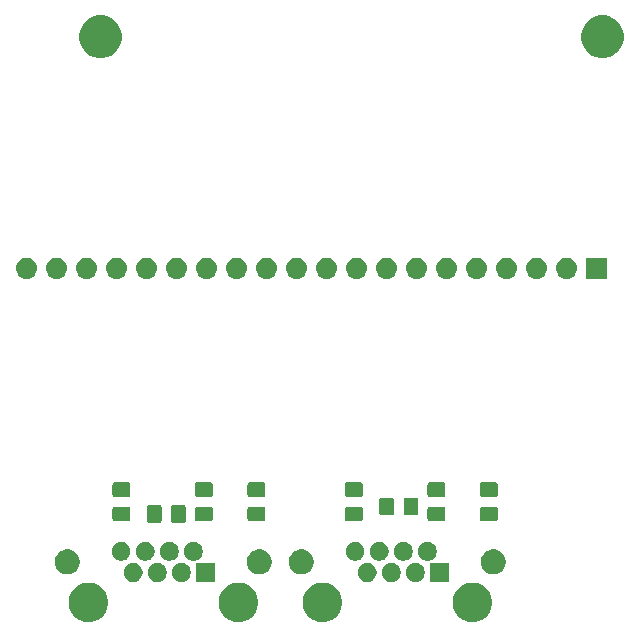
<source format=gbr>
G04 #@! TF.GenerationSoftware,KiCad,Pcbnew,(5.1.4-0)*
G04 #@! TF.CreationDate,2019-10-27T21:21:17-04:00*
G04 #@! TF.ProjectId,DifferentialSPIMaster,44696666-6572-4656-9e74-69616c535049,rev?*
G04 #@! TF.SameCoordinates,Original*
G04 #@! TF.FileFunction,Soldermask,Bot*
G04 #@! TF.FilePolarity,Negative*
%FSLAX46Y46*%
G04 Gerber Fmt 4.6, Leading zero omitted, Abs format (unit mm)*
G04 Created by KiCad (PCBNEW (5.1.4-0)) date 2019-10-27 21:21:17*
%MOMM*%
%LPD*%
G04 APERTURE LIST*
%ADD10C,0.100000*%
G04 APERTURE END LIST*
D10*
G36*
X133955971Y-116184204D02*
G01*
X134117871Y-116216408D01*
X134422883Y-116342748D01*
X134697387Y-116526166D01*
X134930834Y-116759613D01*
X135114252Y-117034117D01*
X135240592Y-117339129D01*
X135305000Y-117662928D01*
X135305000Y-117993072D01*
X135240592Y-118316871D01*
X135114252Y-118621883D01*
X134930834Y-118896387D01*
X134697387Y-119129834D01*
X134422883Y-119313252D01*
X134117871Y-119439592D01*
X133955971Y-119471796D01*
X133794073Y-119504000D01*
X133463927Y-119504000D01*
X133302029Y-119471796D01*
X133140129Y-119439592D01*
X132835117Y-119313252D01*
X132560613Y-119129834D01*
X132327166Y-118896387D01*
X132143748Y-118621883D01*
X132017408Y-118316871D01*
X131953000Y-117993072D01*
X131953000Y-117662928D01*
X132017408Y-117339129D01*
X132143748Y-117034117D01*
X132327166Y-116759613D01*
X132560613Y-116526166D01*
X132835117Y-116342748D01*
X133140129Y-116216408D01*
X133302029Y-116184204D01*
X133463927Y-116152000D01*
X133794073Y-116152000D01*
X133955971Y-116184204D01*
X133955971Y-116184204D01*
G37*
G36*
X121255971Y-116184204D02*
G01*
X121417871Y-116216408D01*
X121722883Y-116342748D01*
X121997387Y-116526166D01*
X122230834Y-116759613D01*
X122414252Y-117034117D01*
X122540592Y-117339129D01*
X122605000Y-117662928D01*
X122605000Y-117993072D01*
X122540592Y-118316871D01*
X122414252Y-118621883D01*
X122230834Y-118896387D01*
X121997387Y-119129834D01*
X121722883Y-119313252D01*
X121417871Y-119439592D01*
X121255971Y-119471796D01*
X121094073Y-119504000D01*
X120763927Y-119504000D01*
X120602029Y-119471796D01*
X120440129Y-119439592D01*
X120135117Y-119313252D01*
X119860613Y-119129834D01*
X119627166Y-118896387D01*
X119443748Y-118621883D01*
X119317408Y-118316871D01*
X119253000Y-117993072D01*
X119253000Y-117662928D01*
X119317408Y-117339129D01*
X119443748Y-117034117D01*
X119627166Y-116759613D01*
X119860613Y-116526166D01*
X120135117Y-116342748D01*
X120440129Y-116216408D01*
X120602029Y-116184204D01*
X120763927Y-116152000D01*
X121094073Y-116152000D01*
X121255971Y-116184204D01*
X121255971Y-116184204D01*
G37*
G36*
X114143971Y-116184204D02*
G01*
X114305871Y-116216408D01*
X114610883Y-116342748D01*
X114885387Y-116526166D01*
X115118834Y-116759613D01*
X115302252Y-117034117D01*
X115428592Y-117339129D01*
X115493000Y-117662928D01*
X115493000Y-117993072D01*
X115428592Y-118316871D01*
X115302252Y-118621883D01*
X115118834Y-118896387D01*
X114885387Y-119129834D01*
X114610883Y-119313252D01*
X114305871Y-119439592D01*
X114143971Y-119471796D01*
X113982073Y-119504000D01*
X113651927Y-119504000D01*
X113490029Y-119471796D01*
X113328129Y-119439592D01*
X113023117Y-119313252D01*
X112748613Y-119129834D01*
X112515166Y-118896387D01*
X112331748Y-118621883D01*
X112205408Y-118316871D01*
X112141000Y-117993072D01*
X112141000Y-117662928D01*
X112205408Y-117339129D01*
X112331748Y-117034117D01*
X112515166Y-116759613D01*
X112748613Y-116526166D01*
X113023117Y-116342748D01*
X113328129Y-116216408D01*
X113490029Y-116184204D01*
X113651927Y-116152000D01*
X113982073Y-116152000D01*
X114143971Y-116184204D01*
X114143971Y-116184204D01*
G37*
G36*
X101443971Y-116184204D02*
G01*
X101605871Y-116216408D01*
X101910883Y-116342748D01*
X102185387Y-116526166D01*
X102418834Y-116759613D01*
X102602252Y-117034117D01*
X102728592Y-117339129D01*
X102793000Y-117662928D01*
X102793000Y-117993072D01*
X102728592Y-118316871D01*
X102602252Y-118621883D01*
X102418834Y-118896387D01*
X102185387Y-119129834D01*
X101910883Y-119313252D01*
X101605871Y-119439592D01*
X101443971Y-119471796D01*
X101282073Y-119504000D01*
X100951927Y-119504000D01*
X100790029Y-119471796D01*
X100628129Y-119439592D01*
X100323117Y-119313252D01*
X100048613Y-119129834D01*
X99815166Y-118896387D01*
X99631748Y-118621883D01*
X99505408Y-118316871D01*
X99441000Y-117993072D01*
X99441000Y-117662928D01*
X99505408Y-117339129D01*
X99631748Y-117034117D01*
X99815166Y-116759613D01*
X100048613Y-116526166D01*
X100323117Y-116342748D01*
X100628129Y-116216408D01*
X100790029Y-116184204D01*
X100951927Y-116152000D01*
X101282073Y-116152000D01*
X101443971Y-116184204D01*
X101443971Y-116184204D01*
G37*
G36*
X124952642Y-114517781D02*
G01*
X125098414Y-114578162D01*
X125098416Y-114578163D01*
X125229608Y-114665822D01*
X125341178Y-114777392D01*
X125420317Y-114895833D01*
X125428838Y-114908586D01*
X125489219Y-115054358D01*
X125520000Y-115209107D01*
X125520000Y-115366893D01*
X125489219Y-115521642D01*
X125428838Y-115667414D01*
X125428837Y-115667416D01*
X125341178Y-115798608D01*
X125229608Y-115910178D01*
X125098416Y-115997837D01*
X125098415Y-115997838D01*
X125098414Y-115997838D01*
X124952642Y-116058219D01*
X124797893Y-116089000D01*
X124640107Y-116089000D01*
X124485358Y-116058219D01*
X124339586Y-115997838D01*
X124339585Y-115997838D01*
X124339584Y-115997837D01*
X124208392Y-115910178D01*
X124096822Y-115798608D01*
X124009163Y-115667416D01*
X124009162Y-115667414D01*
X123948781Y-115521642D01*
X123918000Y-115366893D01*
X123918000Y-115209107D01*
X123948781Y-115054358D01*
X124009162Y-114908586D01*
X124017683Y-114895833D01*
X124096822Y-114777392D01*
X124208392Y-114665822D01*
X124339584Y-114578163D01*
X124339586Y-114578162D01*
X124485358Y-114517781D01*
X124640107Y-114487000D01*
X124797893Y-114487000D01*
X124952642Y-114517781D01*
X124952642Y-114517781D01*
G37*
G36*
X110240642Y-112737781D02*
G01*
X110386414Y-112798162D01*
X110386416Y-112798163D01*
X110517608Y-112885822D01*
X110629178Y-112997392D01*
X110716837Y-113128584D01*
X110716838Y-113128586D01*
X110777219Y-113274358D01*
X110808000Y-113429107D01*
X110808000Y-113586893D01*
X110777219Y-113741642D01*
X110716838Y-113887414D01*
X110716837Y-113887416D01*
X110629178Y-114018608D01*
X110517608Y-114130178D01*
X110386416Y-114217837D01*
X110386415Y-114217838D01*
X110386414Y-114217838D01*
X110317177Y-114246517D01*
X110295566Y-114258068D01*
X110276624Y-114273613D01*
X110261079Y-114292555D01*
X110249528Y-114314166D01*
X110242415Y-114337615D01*
X110240013Y-114362001D01*
X110242415Y-114386387D01*
X110249528Y-114409836D01*
X110261079Y-114431447D01*
X110276624Y-114450389D01*
X110295566Y-114465934D01*
X110317177Y-114477485D01*
X110340626Y-114484598D01*
X110365012Y-114487000D01*
X111828000Y-114487000D01*
X111828000Y-116089000D01*
X110226000Y-116089000D01*
X110226000Y-114433442D01*
X110223598Y-114409056D01*
X110216485Y-114385607D01*
X110204934Y-114363996D01*
X110189389Y-114345054D01*
X110170447Y-114329509D01*
X110148836Y-114317958D01*
X110125387Y-114310845D01*
X110101001Y-114308443D01*
X110095351Y-114309000D01*
X109928107Y-114309000D01*
X109773358Y-114278219D01*
X109627586Y-114217838D01*
X109627585Y-114217838D01*
X109627584Y-114217837D01*
X109496392Y-114130178D01*
X109384822Y-114018608D01*
X109297163Y-113887416D01*
X109297162Y-113887414D01*
X109236781Y-113741642D01*
X109206000Y-113586893D01*
X109206000Y-113429107D01*
X109236781Y-113274358D01*
X109297162Y-113128586D01*
X109297163Y-113128584D01*
X109384822Y-112997392D01*
X109496392Y-112885822D01*
X109627584Y-112798163D01*
X109627586Y-112798162D01*
X109773358Y-112737781D01*
X109928107Y-112707000D01*
X110085893Y-112707000D01*
X110240642Y-112737781D01*
X110240642Y-112737781D01*
G37*
G36*
X130052642Y-112737781D02*
G01*
X130198414Y-112798162D01*
X130198416Y-112798163D01*
X130329608Y-112885822D01*
X130441178Y-112997392D01*
X130528837Y-113128584D01*
X130528838Y-113128586D01*
X130589219Y-113274358D01*
X130620000Y-113429107D01*
X130620000Y-113586893D01*
X130589219Y-113741642D01*
X130528838Y-113887414D01*
X130528837Y-113887416D01*
X130441178Y-114018608D01*
X130329608Y-114130178D01*
X130198416Y-114217837D01*
X130198415Y-114217838D01*
X130198414Y-114217838D01*
X130129177Y-114246517D01*
X130107566Y-114258068D01*
X130088624Y-114273613D01*
X130073079Y-114292555D01*
X130061528Y-114314166D01*
X130054415Y-114337615D01*
X130052013Y-114362001D01*
X130054415Y-114386387D01*
X130061528Y-114409836D01*
X130073079Y-114431447D01*
X130088624Y-114450389D01*
X130107566Y-114465934D01*
X130129177Y-114477485D01*
X130152626Y-114484598D01*
X130177012Y-114487000D01*
X131640000Y-114487000D01*
X131640000Y-116089000D01*
X130038000Y-116089000D01*
X130038000Y-114433442D01*
X130035598Y-114409056D01*
X130028485Y-114385607D01*
X130016934Y-114363996D01*
X130001389Y-114345054D01*
X129982447Y-114329509D01*
X129960836Y-114317958D01*
X129937387Y-114310845D01*
X129913001Y-114308443D01*
X129907351Y-114309000D01*
X129740107Y-114309000D01*
X129585358Y-114278219D01*
X129439586Y-114217838D01*
X129439585Y-114217838D01*
X129439584Y-114217837D01*
X129308392Y-114130178D01*
X129196822Y-114018608D01*
X129109163Y-113887416D01*
X129109162Y-113887414D01*
X129048781Y-113741642D01*
X129018000Y-113586893D01*
X129018000Y-113429107D01*
X129048781Y-113274358D01*
X129109162Y-113128586D01*
X129109163Y-113128584D01*
X129196822Y-112997392D01*
X129308392Y-112885822D01*
X129439584Y-112798163D01*
X129439586Y-112798162D01*
X129585358Y-112737781D01*
X129740107Y-112707000D01*
X129897893Y-112707000D01*
X130052642Y-112737781D01*
X130052642Y-112737781D01*
G37*
G36*
X109220642Y-114517781D02*
G01*
X109366414Y-114578162D01*
X109366416Y-114578163D01*
X109497608Y-114665822D01*
X109609178Y-114777392D01*
X109688317Y-114895833D01*
X109696838Y-114908586D01*
X109757219Y-115054358D01*
X109788000Y-115209107D01*
X109788000Y-115366893D01*
X109757219Y-115521642D01*
X109696838Y-115667414D01*
X109696837Y-115667416D01*
X109609178Y-115798608D01*
X109497608Y-115910178D01*
X109366416Y-115997837D01*
X109366415Y-115997838D01*
X109366414Y-115997838D01*
X109220642Y-116058219D01*
X109065893Y-116089000D01*
X108908107Y-116089000D01*
X108753358Y-116058219D01*
X108607586Y-115997838D01*
X108607585Y-115997838D01*
X108607584Y-115997837D01*
X108476392Y-115910178D01*
X108364822Y-115798608D01*
X108277163Y-115667416D01*
X108277162Y-115667414D01*
X108216781Y-115521642D01*
X108186000Y-115366893D01*
X108186000Y-115209107D01*
X108216781Y-115054358D01*
X108277162Y-114908586D01*
X108285683Y-114895833D01*
X108364822Y-114777392D01*
X108476392Y-114665822D01*
X108607584Y-114578163D01*
X108607586Y-114578162D01*
X108753358Y-114517781D01*
X108908107Y-114487000D01*
X109065893Y-114487000D01*
X109220642Y-114517781D01*
X109220642Y-114517781D01*
G37*
G36*
X107180642Y-114517781D02*
G01*
X107326414Y-114578162D01*
X107326416Y-114578163D01*
X107457608Y-114665822D01*
X107569178Y-114777392D01*
X107648317Y-114895833D01*
X107656838Y-114908586D01*
X107717219Y-115054358D01*
X107748000Y-115209107D01*
X107748000Y-115366893D01*
X107717219Y-115521642D01*
X107656838Y-115667414D01*
X107656837Y-115667416D01*
X107569178Y-115798608D01*
X107457608Y-115910178D01*
X107326416Y-115997837D01*
X107326415Y-115997838D01*
X107326414Y-115997838D01*
X107180642Y-116058219D01*
X107025893Y-116089000D01*
X106868107Y-116089000D01*
X106713358Y-116058219D01*
X106567586Y-115997838D01*
X106567585Y-115997838D01*
X106567584Y-115997837D01*
X106436392Y-115910178D01*
X106324822Y-115798608D01*
X106237163Y-115667416D01*
X106237162Y-115667414D01*
X106176781Y-115521642D01*
X106146000Y-115366893D01*
X106146000Y-115209107D01*
X106176781Y-115054358D01*
X106237162Y-114908586D01*
X106245683Y-114895833D01*
X106324822Y-114777392D01*
X106436392Y-114665822D01*
X106567584Y-114578163D01*
X106567586Y-114578162D01*
X106713358Y-114517781D01*
X106868107Y-114487000D01*
X107025893Y-114487000D01*
X107180642Y-114517781D01*
X107180642Y-114517781D01*
G37*
G36*
X105140642Y-114517781D02*
G01*
X105286414Y-114578162D01*
X105286416Y-114578163D01*
X105417608Y-114665822D01*
X105529178Y-114777392D01*
X105608317Y-114895833D01*
X105616838Y-114908586D01*
X105677219Y-115054358D01*
X105708000Y-115209107D01*
X105708000Y-115366893D01*
X105677219Y-115521642D01*
X105616838Y-115667414D01*
X105616837Y-115667416D01*
X105529178Y-115798608D01*
X105417608Y-115910178D01*
X105286416Y-115997837D01*
X105286415Y-115997838D01*
X105286414Y-115997838D01*
X105140642Y-116058219D01*
X104985893Y-116089000D01*
X104828107Y-116089000D01*
X104673358Y-116058219D01*
X104527586Y-115997838D01*
X104527585Y-115997838D01*
X104527584Y-115997837D01*
X104396392Y-115910178D01*
X104284822Y-115798608D01*
X104197163Y-115667416D01*
X104197162Y-115667414D01*
X104136781Y-115521642D01*
X104106000Y-115366893D01*
X104106000Y-115209107D01*
X104136781Y-115054358D01*
X104197162Y-114908586D01*
X104205683Y-114895833D01*
X104284822Y-114777392D01*
X104396392Y-114665822D01*
X104527584Y-114578163D01*
X104527586Y-114578162D01*
X104673358Y-114517781D01*
X104828107Y-114487000D01*
X104985893Y-114487000D01*
X105140642Y-114517781D01*
X105140642Y-114517781D01*
G37*
G36*
X126992642Y-114517781D02*
G01*
X127138414Y-114578162D01*
X127138416Y-114578163D01*
X127269608Y-114665822D01*
X127381178Y-114777392D01*
X127460317Y-114895833D01*
X127468838Y-114908586D01*
X127529219Y-115054358D01*
X127560000Y-115209107D01*
X127560000Y-115366893D01*
X127529219Y-115521642D01*
X127468838Y-115667414D01*
X127468837Y-115667416D01*
X127381178Y-115798608D01*
X127269608Y-115910178D01*
X127138416Y-115997837D01*
X127138415Y-115997838D01*
X127138414Y-115997838D01*
X126992642Y-116058219D01*
X126837893Y-116089000D01*
X126680107Y-116089000D01*
X126525358Y-116058219D01*
X126379586Y-115997838D01*
X126379585Y-115997838D01*
X126379584Y-115997837D01*
X126248392Y-115910178D01*
X126136822Y-115798608D01*
X126049163Y-115667416D01*
X126049162Y-115667414D01*
X125988781Y-115521642D01*
X125958000Y-115366893D01*
X125958000Y-115209107D01*
X125988781Y-115054358D01*
X126049162Y-114908586D01*
X126057683Y-114895833D01*
X126136822Y-114777392D01*
X126248392Y-114665822D01*
X126379584Y-114578163D01*
X126379586Y-114578162D01*
X126525358Y-114517781D01*
X126680107Y-114487000D01*
X126837893Y-114487000D01*
X126992642Y-114517781D01*
X126992642Y-114517781D01*
G37*
G36*
X129032642Y-114517781D02*
G01*
X129178414Y-114578162D01*
X129178416Y-114578163D01*
X129309608Y-114665822D01*
X129421178Y-114777392D01*
X129500317Y-114895833D01*
X129508838Y-114908586D01*
X129569219Y-115054358D01*
X129600000Y-115209107D01*
X129600000Y-115366893D01*
X129569219Y-115521642D01*
X129508838Y-115667414D01*
X129508837Y-115667416D01*
X129421178Y-115798608D01*
X129309608Y-115910178D01*
X129178416Y-115997837D01*
X129178415Y-115997838D01*
X129178414Y-115997838D01*
X129032642Y-116058219D01*
X128877893Y-116089000D01*
X128720107Y-116089000D01*
X128565358Y-116058219D01*
X128419586Y-115997838D01*
X128419585Y-115997838D01*
X128419584Y-115997837D01*
X128288392Y-115910178D01*
X128176822Y-115798608D01*
X128089163Y-115667416D01*
X128089162Y-115667414D01*
X128028781Y-115521642D01*
X127998000Y-115366893D01*
X127998000Y-115209107D01*
X128028781Y-115054358D01*
X128089162Y-114908586D01*
X128097683Y-114895833D01*
X128176822Y-114777392D01*
X128288392Y-114665822D01*
X128419584Y-114578163D01*
X128419586Y-114578162D01*
X128565358Y-114517781D01*
X128720107Y-114487000D01*
X128877893Y-114487000D01*
X129032642Y-114517781D01*
X129032642Y-114517781D01*
G37*
G36*
X135715564Y-113387389D02*
G01*
X135906833Y-113466615D01*
X135906835Y-113466616D01*
X136078973Y-113581635D01*
X136225365Y-113728027D01*
X136340385Y-113900167D01*
X136419611Y-114091436D01*
X136460000Y-114294484D01*
X136460000Y-114501516D01*
X136419611Y-114704564D01*
X136389444Y-114777393D01*
X136340384Y-114895835D01*
X136225365Y-115067973D01*
X136078973Y-115214365D01*
X135906835Y-115329384D01*
X135906834Y-115329385D01*
X135906833Y-115329385D01*
X135715564Y-115408611D01*
X135512516Y-115449000D01*
X135305484Y-115449000D01*
X135102436Y-115408611D01*
X134911167Y-115329385D01*
X134911166Y-115329385D01*
X134911165Y-115329384D01*
X134739027Y-115214365D01*
X134592635Y-115067973D01*
X134477616Y-114895835D01*
X134428556Y-114777393D01*
X134398389Y-114704564D01*
X134358000Y-114501516D01*
X134358000Y-114294484D01*
X134398389Y-114091436D01*
X134477615Y-113900167D01*
X134592635Y-113728027D01*
X134739027Y-113581635D01*
X134911165Y-113466616D01*
X134911167Y-113466615D01*
X135102436Y-113387389D01*
X135305484Y-113347000D01*
X135512516Y-113347000D01*
X135715564Y-113387389D01*
X135715564Y-113387389D01*
G37*
G36*
X99643564Y-113387389D02*
G01*
X99834833Y-113466615D01*
X99834835Y-113466616D01*
X100006973Y-113581635D01*
X100153365Y-113728027D01*
X100268385Y-113900167D01*
X100347611Y-114091436D01*
X100388000Y-114294484D01*
X100388000Y-114501516D01*
X100347611Y-114704564D01*
X100317444Y-114777393D01*
X100268384Y-114895835D01*
X100153365Y-115067973D01*
X100006973Y-115214365D01*
X99834835Y-115329384D01*
X99834834Y-115329385D01*
X99834833Y-115329385D01*
X99643564Y-115408611D01*
X99440516Y-115449000D01*
X99233484Y-115449000D01*
X99030436Y-115408611D01*
X98839167Y-115329385D01*
X98839166Y-115329385D01*
X98839165Y-115329384D01*
X98667027Y-115214365D01*
X98520635Y-115067973D01*
X98405616Y-114895835D01*
X98356556Y-114777393D01*
X98326389Y-114704564D01*
X98286000Y-114501516D01*
X98286000Y-114294484D01*
X98326389Y-114091436D01*
X98405615Y-113900167D01*
X98520635Y-113728027D01*
X98667027Y-113581635D01*
X98839165Y-113466616D01*
X98839167Y-113466615D01*
X99030436Y-113387389D01*
X99233484Y-113347000D01*
X99440516Y-113347000D01*
X99643564Y-113387389D01*
X99643564Y-113387389D01*
G37*
G36*
X115903564Y-113387389D02*
G01*
X116094833Y-113466615D01*
X116094835Y-113466616D01*
X116266973Y-113581635D01*
X116413365Y-113728027D01*
X116528385Y-113900167D01*
X116607611Y-114091436D01*
X116648000Y-114294484D01*
X116648000Y-114501516D01*
X116607611Y-114704564D01*
X116577444Y-114777393D01*
X116528384Y-114895835D01*
X116413365Y-115067973D01*
X116266973Y-115214365D01*
X116094835Y-115329384D01*
X116094834Y-115329385D01*
X116094833Y-115329385D01*
X115903564Y-115408611D01*
X115700516Y-115449000D01*
X115493484Y-115449000D01*
X115290436Y-115408611D01*
X115099167Y-115329385D01*
X115099166Y-115329385D01*
X115099165Y-115329384D01*
X114927027Y-115214365D01*
X114780635Y-115067973D01*
X114665616Y-114895835D01*
X114616556Y-114777393D01*
X114586389Y-114704564D01*
X114546000Y-114501516D01*
X114546000Y-114294484D01*
X114586389Y-114091436D01*
X114665615Y-113900167D01*
X114780635Y-113728027D01*
X114927027Y-113581635D01*
X115099165Y-113466616D01*
X115099167Y-113466615D01*
X115290436Y-113387389D01*
X115493484Y-113347000D01*
X115700516Y-113347000D01*
X115903564Y-113387389D01*
X115903564Y-113387389D01*
G37*
G36*
X119455564Y-113387389D02*
G01*
X119646833Y-113466615D01*
X119646835Y-113466616D01*
X119818973Y-113581635D01*
X119965365Y-113728027D01*
X120080385Y-113900167D01*
X120159611Y-114091436D01*
X120200000Y-114294484D01*
X120200000Y-114501516D01*
X120159611Y-114704564D01*
X120129444Y-114777393D01*
X120080384Y-114895835D01*
X119965365Y-115067973D01*
X119818973Y-115214365D01*
X119646835Y-115329384D01*
X119646834Y-115329385D01*
X119646833Y-115329385D01*
X119455564Y-115408611D01*
X119252516Y-115449000D01*
X119045484Y-115449000D01*
X118842436Y-115408611D01*
X118651167Y-115329385D01*
X118651166Y-115329385D01*
X118651165Y-115329384D01*
X118479027Y-115214365D01*
X118332635Y-115067973D01*
X118217616Y-114895835D01*
X118168556Y-114777393D01*
X118138389Y-114704564D01*
X118098000Y-114501516D01*
X118098000Y-114294484D01*
X118138389Y-114091436D01*
X118217615Y-113900167D01*
X118332635Y-113728027D01*
X118479027Y-113581635D01*
X118651165Y-113466616D01*
X118651167Y-113466615D01*
X118842436Y-113387389D01*
X119045484Y-113347000D01*
X119252516Y-113347000D01*
X119455564Y-113387389D01*
X119455564Y-113387389D01*
G37*
G36*
X106160642Y-112737781D02*
G01*
X106306414Y-112798162D01*
X106306416Y-112798163D01*
X106437608Y-112885822D01*
X106549178Y-112997392D01*
X106636837Y-113128584D01*
X106636838Y-113128586D01*
X106697219Y-113274358D01*
X106728000Y-113429107D01*
X106728000Y-113586893D01*
X106697219Y-113741642D01*
X106636838Y-113887414D01*
X106636837Y-113887416D01*
X106549178Y-114018608D01*
X106437608Y-114130178D01*
X106306416Y-114217837D01*
X106306415Y-114217838D01*
X106306414Y-114217838D01*
X106160642Y-114278219D01*
X106005893Y-114309000D01*
X105848107Y-114309000D01*
X105693358Y-114278219D01*
X105547586Y-114217838D01*
X105547585Y-114217838D01*
X105547584Y-114217837D01*
X105416392Y-114130178D01*
X105304822Y-114018608D01*
X105217163Y-113887416D01*
X105217162Y-113887414D01*
X105156781Y-113741642D01*
X105126000Y-113586893D01*
X105126000Y-113429107D01*
X105156781Y-113274358D01*
X105217162Y-113128586D01*
X105217163Y-113128584D01*
X105304822Y-112997392D01*
X105416392Y-112885822D01*
X105547584Y-112798163D01*
X105547586Y-112798162D01*
X105693358Y-112737781D01*
X105848107Y-112707000D01*
X106005893Y-112707000D01*
X106160642Y-112737781D01*
X106160642Y-112737781D01*
G37*
G36*
X108200642Y-112737781D02*
G01*
X108346414Y-112798162D01*
X108346416Y-112798163D01*
X108477608Y-112885822D01*
X108589178Y-112997392D01*
X108676837Y-113128584D01*
X108676838Y-113128586D01*
X108737219Y-113274358D01*
X108768000Y-113429107D01*
X108768000Y-113586893D01*
X108737219Y-113741642D01*
X108676838Y-113887414D01*
X108676837Y-113887416D01*
X108589178Y-114018608D01*
X108477608Y-114130178D01*
X108346416Y-114217837D01*
X108346415Y-114217838D01*
X108346414Y-114217838D01*
X108200642Y-114278219D01*
X108045893Y-114309000D01*
X107888107Y-114309000D01*
X107733358Y-114278219D01*
X107587586Y-114217838D01*
X107587585Y-114217838D01*
X107587584Y-114217837D01*
X107456392Y-114130178D01*
X107344822Y-114018608D01*
X107257163Y-113887416D01*
X107257162Y-113887414D01*
X107196781Y-113741642D01*
X107166000Y-113586893D01*
X107166000Y-113429107D01*
X107196781Y-113274358D01*
X107257162Y-113128586D01*
X107257163Y-113128584D01*
X107344822Y-112997392D01*
X107456392Y-112885822D01*
X107587584Y-112798163D01*
X107587586Y-112798162D01*
X107733358Y-112737781D01*
X107888107Y-112707000D01*
X108045893Y-112707000D01*
X108200642Y-112737781D01*
X108200642Y-112737781D01*
G37*
G36*
X123932642Y-112737781D02*
G01*
X124078414Y-112798162D01*
X124078416Y-112798163D01*
X124209608Y-112885822D01*
X124321178Y-112997392D01*
X124408837Y-113128584D01*
X124408838Y-113128586D01*
X124469219Y-113274358D01*
X124500000Y-113429107D01*
X124500000Y-113586893D01*
X124469219Y-113741642D01*
X124408838Y-113887414D01*
X124408837Y-113887416D01*
X124321178Y-114018608D01*
X124209608Y-114130178D01*
X124078416Y-114217837D01*
X124078415Y-114217838D01*
X124078414Y-114217838D01*
X123932642Y-114278219D01*
X123777893Y-114309000D01*
X123620107Y-114309000D01*
X123465358Y-114278219D01*
X123319586Y-114217838D01*
X123319585Y-114217838D01*
X123319584Y-114217837D01*
X123188392Y-114130178D01*
X123076822Y-114018608D01*
X122989163Y-113887416D01*
X122989162Y-113887414D01*
X122928781Y-113741642D01*
X122898000Y-113586893D01*
X122898000Y-113429107D01*
X122928781Y-113274358D01*
X122989162Y-113128586D01*
X122989163Y-113128584D01*
X123076822Y-112997392D01*
X123188392Y-112885822D01*
X123319584Y-112798163D01*
X123319586Y-112798162D01*
X123465358Y-112737781D01*
X123620107Y-112707000D01*
X123777893Y-112707000D01*
X123932642Y-112737781D01*
X123932642Y-112737781D01*
G37*
G36*
X104120642Y-112737781D02*
G01*
X104266414Y-112798162D01*
X104266416Y-112798163D01*
X104397608Y-112885822D01*
X104509178Y-112997392D01*
X104596837Y-113128584D01*
X104596838Y-113128586D01*
X104657219Y-113274358D01*
X104688000Y-113429107D01*
X104688000Y-113586893D01*
X104657219Y-113741642D01*
X104596838Y-113887414D01*
X104596837Y-113887416D01*
X104509178Y-114018608D01*
X104397608Y-114130178D01*
X104266416Y-114217837D01*
X104266415Y-114217838D01*
X104266414Y-114217838D01*
X104120642Y-114278219D01*
X103965893Y-114309000D01*
X103808107Y-114309000D01*
X103653358Y-114278219D01*
X103507586Y-114217838D01*
X103507585Y-114217838D01*
X103507584Y-114217837D01*
X103376392Y-114130178D01*
X103264822Y-114018608D01*
X103177163Y-113887416D01*
X103177162Y-113887414D01*
X103116781Y-113741642D01*
X103086000Y-113586893D01*
X103086000Y-113429107D01*
X103116781Y-113274358D01*
X103177162Y-113128586D01*
X103177163Y-113128584D01*
X103264822Y-112997392D01*
X103376392Y-112885822D01*
X103507584Y-112798163D01*
X103507586Y-112798162D01*
X103653358Y-112737781D01*
X103808107Y-112707000D01*
X103965893Y-112707000D01*
X104120642Y-112737781D01*
X104120642Y-112737781D01*
G37*
G36*
X125972642Y-112737781D02*
G01*
X126118414Y-112798162D01*
X126118416Y-112798163D01*
X126249608Y-112885822D01*
X126361178Y-112997392D01*
X126448837Y-113128584D01*
X126448838Y-113128586D01*
X126509219Y-113274358D01*
X126540000Y-113429107D01*
X126540000Y-113586893D01*
X126509219Y-113741642D01*
X126448838Y-113887414D01*
X126448837Y-113887416D01*
X126361178Y-114018608D01*
X126249608Y-114130178D01*
X126118416Y-114217837D01*
X126118415Y-114217838D01*
X126118414Y-114217838D01*
X125972642Y-114278219D01*
X125817893Y-114309000D01*
X125660107Y-114309000D01*
X125505358Y-114278219D01*
X125359586Y-114217838D01*
X125359585Y-114217838D01*
X125359584Y-114217837D01*
X125228392Y-114130178D01*
X125116822Y-114018608D01*
X125029163Y-113887416D01*
X125029162Y-113887414D01*
X124968781Y-113741642D01*
X124938000Y-113586893D01*
X124938000Y-113429107D01*
X124968781Y-113274358D01*
X125029162Y-113128586D01*
X125029163Y-113128584D01*
X125116822Y-112997392D01*
X125228392Y-112885822D01*
X125359584Y-112798163D01*
X125359586Y-112798162D01*
X125505358Y-112737781D01*
X125660107Y-112707000D01*
X125817893Y-112707000D01*
X125972642Y-112737781D01*
X125972642Y-112737781D01*
G37*
G36*
X128012642Y-112737781D02*
G01*
X128158414Y-112798162D01*
X128158416Y-112798163D01*
X128289608Y-112885822D01*
X128401178Y-112997392D01*
X128488837Y-113128584D01*
X128488838Y-113128586D01*
X128549219Y-113274358D01*
X128580000Y-113429107D01*
X128580000Y-113586893D01*
X128549219Y-113741642D01*
X128488838Y-113887414D01*
X128488837Y-113887416D01*
X128401178Y-114018608D01*
X128289608Y-114130178D01*
X128158416Y-114217837D01*
X128158415Y-114217838D01*
X128158414Y-114217838D01*
X128012642Y-114278219D01*
X127857893Y-114309000D01*
X127700107Y-114309000D01*
X127545358Y-114278219D01*
X127399586Y-114217838D01*
X127399585Y-114217838D01*
X127399584Y-114217837D01*
X127268392Y-114130178D01*
X127156822Y-114018608D01*
X127069163Y-113887416D01*
X127069162Y-113887414D01*
X127008781Y-113741642D01*
X126978000Y-113586893D01*
X126978000Y-113429107D01*
X127008781Y-113274358D01*
X127069162Y-113128586D01*
X127069163Y-113128584D01*
X127156822Y-112997392D01*
X127268392Y-112885822D01*
X127399584Y-112798163D01*
X127399586Y-112798162D01*
X127545358Y-112737781D01*
X127700107Y-112707000D01*
X127857893Y-112707000D01*
X128012642Y-112737781D01*
X128012642Y-112737781D01*
G37*
G36*
X107163674Y-109588465D02*
G01*
X107201367Y-109599899D01*
X107236103Y-109618466D01*
X107266548Y-109643452D01*
X107291534Y-109673897D01*
X107310101Y-109708633D01*
X107321535Y-109746326D01*
X107326000Y-109791661D01*
X107326000Y-110878339D01*
X107321535Y-110923674D01*
X107310101Y-110961367D01*
X107291534Y-110996103D01*
X107266548Y-111026548D01*
X107236103Y-111051534D01*
X107201367Y-111070101D01*
X107163674Y-111081535D01*
X107118339Y-111086000D01*
X106281661Y-111086000D01*
X106236326Y-111081535D01*
X106198633Y-111070101D01*
X106163897Y-111051534D01*
X106133452Y-111026548D01*
X106108466Y-110996103D01*
X106089899Y-110961367D01*
X106078465Y-110923674D01*
X106074000Y-110878339D01*
X106074000Y-109791661D01*
X106078465Y-109746326D01*
X106089899Y-109708633D01*
X106108466Y-109673897D01*
X106133452Y-109643452D01*
X106163897Y-109618466D01*
X106198633Y-109599899D01*
X106236326Y-109588465D01*
X106281661Y-109584000D01*
X107118339Y-109584000D01*
X107163674Y-109588465D01*
X107163674Y-109588465D01*
G37*
G36*
X109213674Y-109588465D02*
G01*
X109251367Y-109599899D01*
X109286103Y-109618466D01*
X109316548Y-109643452D01*
X109341534Y-109673897D01*
X109360101Y-109708633D01*
X109371535Y-109746326D01*
X109376000Y-109791661D01*
X109376000Y-110878339D01*
X109371535Y-110923674D01*
X109360101Y-110961367D01*
X109341534Y-110996103D01*
X109316548Y-111026548D01*
X109286103Y-111051534D01*
X109251367Y-111070101D01*
X109213674Y-111081535D01*
X109168339Y-111086000D01*
X108331661Y-111086000D01*
X108286326Y-111081535D01*
X108248633Y-111070101D01*
X108213897Y-111051534D01*
X108183452Y-111026548D01*
X108158466Y-110996103D01*
X108139899Y-110961367D01*
X108128465Y-110923674D01*
X108124000Y-110878339D01*
X108124000Y-109791661D01*
X108128465Y-109746326D01*
X108139899Y-109708633D01*
X108158466Y-109673897D01*
X108183452Y-109643452D01*
X108213897Y-109618466D01*
X108248633Y-109599899D01*
X108286326Y-109588465D01*
X108331661Y-109584000D01*
X109168339Y-109584000D01*
X109213674Y-109588465D01*
X109213674Y-109588465D01*
G37*
G36*
X104503674Y-109713465D02*
G01*
X104541367Y-109724899D01*
X104576103Y-109743466D01*
X104606548Y-109768452D01*
X104631534Y-109798897D01*
X104650101Y-109833633D01*
X104661535Y-109871326D01*
X104666000Y-109916661D01*
X104666000Y-110753339D01*
X104661535Y-110798674D01*
X104650101Y-110836367D01*
X104631534Y-110871103D01*
X104606548Y-110901548D01*
X104576103Y-110926534D01*
X104541367Y-110945101D01*
X104503674Y-110956535D01*
X104458339Y-110961000D01*
X103371661Y-110961000D01*
X103326326Y-110956535D01*
X103288633Y-110945101D01*
X103253897Y-110926534D01*
X103223452Y-110901548D01*
X103198466Y-110871103D01*
X103179899Y-110836367D01*
X103168465Y-110798674D01*
X103164000Y-110753339D01*
X103164000Y-109916661D01*
X103168465Y-109871326D01*
X103179899Y-109833633D01*
X103198466Y-109798897D01*
X103223452Y-109768452D01*
X103253897Y-109743466D01*
X103288633Y-109724899D01*
X103326326Y-109713465D01*
X103371661Y-109709000D01*
X104458339Y-109709000D01*
X104503674Y-109713465D01*
X104503674Y-109713465D01*
G37*
G36*
X135618674Y-109713465D02*
G01*
X135656367Y-109724899D01*
X135691103Y-109743466D01*
X135721548Y-109768452D01*
X135746534Y-109798897D01*
X135765101Y-109833633D01*
X135776535Y-109871326D01*
X135781000Y-109916661D01*
X135781000Y-110753339D01*
X135776535Y-110798674D01*
X135765101Y-110836367D01*
X135746534Y-110871103D01*
X135721548Y-110901548D01*
X135691103Y-110926534D01*
X135656367Y-110945101D01*
X135618674Y-110956535D01*
X135573339Y-110961000D01*
X134486661Y-110961000D01*
X134441326Y-110956535D01*
X134403633Y-110945101D01*
X134368897Y-110926534D01*
X134338452Y-110901548D01*
X134313466Y-110871103D01*
X134294899Y-110836367D01*
X134283465Y-110798674D01*
X134279000Y-110753339D01*
X134279000Y-109916661D01*
X134283465Y-109871326D01*
X134294899Y-109833633D01*
X134313466Y-109798897D01*
X134338452Y-109768452D01*
X134368897Y-109743466D01*
X134403633Y-109724899D01*
X134441326Y-109713465D01*
X134486661Y-109709000D01*
X135573339Y-109709000D01*
X135618674Y-109713465D01*
X135618674Y-109713465D01*
G37*
G36*
X131173674Y-109713465D02*
G01*
X131211367Y-109724899D01*
X131246103Y-109743466D01*
X131276548Y-109768452D01*
X131301534Y-109798897D01*
X131320101Y-109833633D01*
X131331535Y-109871326D01*
X131336000Y-109916661D01*
X131336000Y-110753339D01*
X131331535Y-110798674D01*
X131320101Y-110836367D01*
X131301534Y-110871103D01*
X131276548Y-110901548D01*
X131246103Y-110926534D01*
X131211367Y-110945101D01*
X131173674Y-110956535D01*
X131128339Y-110961000D01*
X130041661Y-110961000D01*
X129996326Y-110956535D01*
X129958633Y-110945101D01*
X129923897Y-110926534D01*
X129893452Y-110901548D01*
X129868466Y-110871103D01*
X129849899Y-110836367D01*
X129838465Y-110798674D01*
X129834000Y-110753339D01*
X129834000Y-109916661D01*
X129838465Y-109871326D01*
X129849899Y-109833633D01*
X129868466Y-109798897D01*
X129893452Y-109768452D01*
X129923897Y-109743466D01*
X129958633Y-109724899D01*
X129996326Y-109713465D01*
X130041661Y-109709000D01*
X131128339Y-109709000D01*
X131173674Y-109713465D01*
X131173674Y-109713465D01*
G37*
G36*
X124188674Y-109713465D02*
G01*
X124226367Y-109724899D01*
X124261103Y-109743466D01*
X124291548Y-109768452D01*
X124316534Y-109798897D01*
X124335101Y-109833633D01*
X124346535Y-109871326D01*
X124351000Y-109916661D01*
X124351000Y-110753339D01*
X124346535Y-110798674D01*
X124335101Y-110836367D01*
X124316534Y-110871103D01*
X124291548Y-110901548D01*
X124261103Y-110926534D01*
X124226367Y-110945101D01*
X124188674Y-110956535D01*
X124143339Y-110961000D01*
X123056661Y-110961000D01*
X123011326Y-110956535D01*
X122973633Y-110945101D01*
X122938897Y-110926534D01*
X122908452Y-110901548D01*
X122883466Y-110871103D01*
X122864899Y-110836367D01*
X122853465Y-110798674D01*
X122849000Y-110753339D01*
X122849000Y-109916661D01*
X122853465Y-109871326D01*
X122864899Y-109833633D01*
X122883466Y-109798897D01*
X122908452Y-109768452D01*
X122938897Y-109743466D01*
X122973633Y-109724899D01*
X123011326Y-109713465D01*
X123056661Y-109709000D01*
X124143339Y-109709000D01*
X124188674Y-109713465D01*
X124188674Y-109713465D01*
G37*
G36*
X115933674Y-109713465D02*
G01*
X115971367Y-109724899D01*
X116006103Y-109743466D01*
X116036548Y-109768452D01*
X116061534Y-109798897D01*
X116080101Y-109833633D01*
X116091535Y-109871326D01*
X116096000Y-109916661D01*
X116096000Y-110753339D01*
X116091535Y-110798674D01*
X116080101Y-110836367D01*
X116061534Y-110871103D01*
X116036548Y-110901548D01*
X116006103Y-110926534D01*
X115971367Y-110945101D01*
X115933674Y-110956535D01*
X115888339Y-110961000D01*
X114801661Y-110961000D01*
X114756326Y-110956535D01*
X114718633Y-110945101D01*
X114683897Y-110926534D01*
X114653452Y-110901548D01*
X114628466Y-110871103D01*
X114609899Y-110836367D01*
X114598465Y-110798674D01*
X114594000Y-110753339D01*
X114594000Y-109916661D01*
X114598465Y-109871326D01*
X114609899Y-109833633D01*
X114628466Y-109798897D01*
X114653452Y-109768452D01*
X114683897Y-109743466D01*
X114718633Y-109724899D01*
X114756326Y-109713465D01*
X114801661Y-109709000D01*
X115888339Y-109709000D01*
X115933674Y-109713465D01*
X115933674Y-109713465D01*
G37*
G36*
X111488674Y-109713465D02*
G01*
X111526367Y-109724899D01*
X111561103Y-109743466D01*
X111591548Y-109768452D01*
X111616534Y-109798897D01*
X111635101Y-109833633D01*
X111646535Y-109871326D01*
X111651000Y-109916661D01*
X111651000Y-110753339D01*
X111646535Y-110798674D01*
X111635101Y-110836367D01*
X111616534Y-110871103D01*
X111591548Y-110901548D01*
X111561103Y-110926534D01*
X111526367Y-110945101D01*
X111488674Y-110956535D01*
X111443339Y-110961000D01*
X110356661Y-110961000D01*
X110311326Y-110956535D01*
X110273633Y-110945101D01*
X110238897Y-110926534D01*
X110208452Y-110901548D01*
X110183466Y-110871103D01*
X110164899Y-110836367D01*
X110153465Y-110798674D01*
X110149000Y-110753339D01*
X110149000Y-109916661D01*
X110153465Y-109871326D01*
X110164899Y-109833633D01*
X110183466Y-109798897D01*
X110208452Y-109768452D01*
X110238897Y-109743466D01*
X110273633Y-109724899D01*
X110311326Y-109713465D01*
X110356661Y-109709000D01*
X111443339Y-109709000D01*
X111488674Y-109713465D01*
X111488674Y-109713465D01*
G37*
G36*
X126848674Y-108953465D02*
G01*
X126886367Y-108964899D01*
X126921103Y-108983466D01*
X126951548Y-109008452D01*
X126976534Y-109038897D01*
X126995101Y-109073633D01*
X127006535Y-109111326D01*
X127011000Y-109156661D01*
X127011000Y-110243339D01*
X127006535Y-110288674D01*
X126995101Y-110326367D01*
X126976534Y-110361103D01*
X126951548Y-110391548D01*
X126921103Y-110416534D01*
X126886367Y-110435101D01*
X126848674Y-110446535D01*
X126803339Y-110451000D01*
X125966661Y-110451000D01*
X125921326Y-110446535D01*
X125883633Y-110435101D01*
X125848897Y-110416534D01*
X125818452Y-110391548D01*
X125793466Y-110361103D01*
X125774899Y-110326367D01*
X125763465Y-110288674D01*
X125759000Y-110243339D01*
X125759000Y-109156661D01*
X125763465Y-109111326D01*
X125774899Y-109073633D01*
X125793466Y-109038897D01*
X125818452Y-109008452D01*
X125848897Y-108983466D01*
X125883633Y-108964899D01*
X125921326Y-108953465D01*
X125966661Y-108949000D01*
X126803339Y-108949000D01*
X126848674Y-108953465D01*
X126848674Y-108953465D01*
G37*
G36*
X128898674Y-108953465D02*
G01*
X128936367Y-108964899D01*
X128971103Y-108983466D01*
X129001548Y-109008452D01*
X129026534Y-109038897D01*
X129045101Y-109073633D01*
X129056535Y-109111326D01*
X129061000Y-109156661D01*
X129061000Y-110243339D01*
X129056535Y-110288674D01*
X129045101Y-110326367D01*
X129026534Y-110361103D01*
X129001548Y-110391548D01*
X128971103Y-110416534D01*
X128936367Y-110435101D01*
X128898674Y-110446535D01*
X128853339Y-110451000D01*
X128016661Y-110451000D01*
X127971326Y-110446535D01*
X127933633Y-110435101D01*
X127898897Y-110416534D01*
X127868452Y-110391548D01*
X127843466Y-110361103D01*
X127824899Y-110326367D01*
X127813465Y-110288674D01*
X127809000Y-110243339D01*
X127809000Y-109156661D01*
X127813465Y-109111326D01*
X127824899Y-109073633D01*
X127843466Y-109038897D01*
X127868452Y-109008452D01*
X127898897Y-108983466D01*
X127933633Y-108964899D01*
X127971326Y-108953465D01*
X128016661Y-108949000D01*
X128853339Y-108949000D01*
X128898674Y-108953465D01*
X128898674Y-108953465D01*
G37*
G36*
X131173674Y-107663465D02*
G01*
X131211367Y-107674899D01*
X131246103Y-107693466D01*
X131276548Y-107718452D01*
X131301534Y-107748897D01*
X131320101Y-107783633D01*
X131331535Y-107821326D01*
X131336000Y-107866661D01*
X131336000Y-108703339D01*
X131331535Y-108748674D01*
X131320101Y-108786367D01*
X131301534Y-108821103D01*
X131276548Y-108851548D01*
X131246103Y-108876534D01*
X131211367Y-108895101D01*
X131173674Y-108906535D01*
X131128339Y-108911000D01*
X130041661Y-108911000D01*
X129996326Y-108906535D01*
X129958633Y-108895101D01*
X129923897Y-108876534D01*
X129893452Y-108851548D01*
X129868466Y-108821103D01*
X129849899Y-108786367D01*
X129838465Y-108748674D01*
X129834000Y-108703339D01*
X129834000Y-107866661D01*
X129838465Y-107821326D01*
X129849899Y-107783633D01*
X129868466Y-107748897D01*
X129893452Y-107718452D01*
X129923897Y-107693466D01*
X129958633Y-107674899D01*
X129996326Y-107663465D01*
X130041661Y-107659000D01*
X131128339Y-107659000D01*
X131173674Y-107663465D01*
X131173674Y-107663465D01*
G37*
G36*
X124188674Y-107663465D02*
G01*
X124226367Y-107674899D01*
X124261103Y-107693466D01*
X124291548Y-107718452D01*
X124316534Y-107748897D01*
X124335101Y-107783633D01*
X124346535Y-107821326D01*
X124351000Y-107866661D01*
X124351000Y-108703339D01*
X124346535Y-108748674D01*
X124335101Y-108786367D01*
X124316534Y-108821103D01*
X124291548Y-108851548D01*
X124261103Y-108876534D01*
X124226367Y-108895101D01*
X124188674Y-108906535D01*
X124143339Y-108911000D01*
X123056661Y-108911000D01*
X123011326Y-108906535D01*
X122973633Y-108895101D01*
X122938897Y-108876534D01*
X122908452Y-108851548D01*
X122883466Y-108821103D01*
X122864899Y-108786367D01*
X122853465Y-108748674D01*
X122849000Y-108703339D01*
X122849000Y-107866661D01*
X122853465Y-107821326D01*
X122864899Y-107783633D01*
X122883466Y-107748897D01*
X122908452Y-107718452D01*
X122938897Y-107693466D01*
X122973633Y-107674899D01*
X123011326Y-107663465D01*
X123056661Y-107659000D01*
X124143339Y-107659000D01*
X124188674Y-107663465D01*
X124188674Y-107663465D01*
G37*
G36*
X111488674Y-107663465D02*
G01*
X111526367Y-107674899D01*
X111561103Y-107693466D01*
X111591548Y-107718452D01*
X111616534Y-107748897D01*
X111635101Y-107783633D01*
X111646535Y-107821326D01*
X111651000Y-107866661D01*
X111651000Y-108703339D01*
X111646535Y-108748674D01*
X111635101Y-108786367D01*
X111616534Y-108821103D01*
X111591548Y-108851548D01*
X111561103Y-108876534D01*
X111526367Y-108895101D01*
X111488674Y-108906535D01*
X111443339Y-108911000D01*
X110356661Y-108911000D01*
X110311326Y-108906535D01*
X110273633Y-108895101D01*
X110238897Y-108876534D01*
X110208452Y-108851548D01*
X110183466Y-108821103D01*
X110164899Y-108786367D01*
X110153465Y-108748674D01*
X110149000Y-108703339D01*
X110149000Y-107866661D01*
X110153465Y-107821326D01*
X110164899Y-107783633D01*
X110183466Y-107748897D01*
X110208452Y-107718452D01*
X110238897Y-107693466D01*
X110273633Y-107674899D01*
X110311326Y-107663465D01*
X110356661Y-107659000D01*
X111443339Y-107659000D01*
X111488674Y-107663465D01*
X111488674Y-107663465D01*
G37*
G36*
X135618674Y-107663465D02*
G01*
X135656367Y-107674899D01*
X135691103Y-107693466D01*
X135721548Y-107718452D01*
X135746534Y-107748897D01*
X135765101Y-107783633D01*
X135776535Y-107821326D01*
X135781000Y-107866661D01*
X135781000Y-108703339D01*
X135776535Y-108748674D01*
X135765101Y-108786367D01*
X135746534Y-108821103D01*
X135721548Y-108851548D01*
X135691103Y-108876534D01*
X135656367Y-108895101D01*
X135618674Y-108906535D01*
X135573339Y-108911000D01*
X134486661Y-108911000D01*
X134441326Y-108906535D01*
X134403633Y-108895101D01*
X134368897Y-108876534D01*
X134338452Y-108851548D01*
X134313466Y-108821103D01*
X134294899Y-108786367D01*
X134283465Y-108748674D01*
X134279000Y-108703339D01*
X134279000Y-107866661D01*
X134283465Y-107821326D01*
X134294899Y-107783633D01*
X134313466Y-107748897D01*
X134338452Y-107718452D01*
X134368897Y-107693466D01*
X134403633Y-107674899D01*
X134441326Y-107663465D01*
X134486661Y-107659000D01*
X135573339Y-107659000D01*
X135618674Y-107663465D01*
X135618674Y-107663465D01*
G37*
G36*
X115933674Y-107663465D02*
G01*
X115971367Y-107674899D01*
X116006103Y-107693466D01*
X116036548Y-107718452D01*
X116061534Y-107748897D01*
X116080101Y-107783633D01*
X116091535Y-107821326D01*
X116096000Y-107866661D01*
X116096000Y-108703339D01*
X116091535Y-108748674D01*
X116080101Y-108786367D01*
X116061534Y-108821103D01*
X116036548Y-108851548D01*
X116006103Y-108876534D01*
X115971367Y-108895101D01*
X115933674Y-108906535D01*
X115888339Y-108911000D01*
X114801661Y-108911000D01*
X114756326Y-108906535D01*
X114718633Y-108895101D01*
X114683897Y-108876534D01*
X114653452Y-108851548D01*
X114628466Y-108821103D01*
X114609899Y-108786367D01*
X114598465Y-108748674D01*
X114594000Y-108703339D01*
X114594000Y-107866661D01*
X114598465Y-107821326D01*
X114609899Y-107783633D01*
X114628466Y-107748897D01*
X114653452Y-107718452D01*
X114683897Y-107693466D01*
X114718633Y-107674899D01*
X114756326Y-107663465D01*
X114801661Y-107659000D01*
X115888339Y-107659000D01*
X115933674Y-107663465D01*
X115933674Y-107663465D01*
G37*
G36*
X104503674Y-107663465D02*
G01*
X104541367Y-107674899D01*
X104576103Y-107693466D01*
X104606548Y-107718452D01*
X104631534Y-107748897D01*
X104650101Y-107783633D01*
X104661535Y-107821326D01*
X104666000Y-107866661D01*
X104666000Y-108703339D01*
X104661535Y-108748674D01*
X104650101Y-108786367D01*
X104631534Y-108821103D01*
X104606548Y-108851548D01*
X104576103Y-108876534D01*
X104541367Y-108895101D01*
X104503674Y-108906535D01*
X104458339Y-108911000D01*
X103371661Y-108911000D01*
X103326326Y-108906535D01*
X103288633Y-108895101D01*
X103253897Y-108876534D01*
X103223452Y-108851548D01*
X103198466Y-108821103D01*
X103179899Y-108786367D01*
X103168465Y-108748674D01*
X103164000Y-108703339D01*
X103164000Y-107866661D01*
X103168465Y-107821326D01*
X103179899Y-107783633D01*
X103198466Y-107748897D01*
X103223452Y-107718452D01*
X103253897Y-107693466D01*
X103288633Y-107674899D01*
X103326326Y-107663465D01*
X103371661Y-107659000D01*
X104458339Y-107659000D01*
X104503674Y-107663465D01*
X104503674Y-107663465D01*
G37*
G36*
X141715443Y-88640519D02*
G01*
X141781627Y-88647037D01*
X141951466Y-88698557D01*
X142107991Y-88782222D01*
X142143729Y-88811552D01*
X142245186Y-88894814D01*
X142328448Y-88996271D01*
X142357778Y-89032009D01*
X142441443Y-89188534D01*
X142492963Y-89358373D01*
X142510359Y-89535000D01*
X142492963Y-89711627D01*
X142441443Y-89881466D01*
X142357778Y-90037991D01*
X142328448Y-90073729D01*
X142245186Y-90175186D01*
X142143729Y-90258448D01*
X142107991Y-90287778D01*
X141951466Y-90371443D01*
X141781627Y-90422963D01*
X141715443Y-90429481D01*
X141649260Y-90436000D01*
X141560740Y-90436000D01*
X141494557Y-90429481D01*
X141428373Y-90422963D01*
X141258534Y-90371443D01*
X141102009Y-90287778D01*
X141066271Y-90258448D01*
X140964814Y-90175186D01*
X140881552Y-90073729D01*
X140852222Y-90037991D01*
X140768557Y-89881466D01*
X140717037Y-89711627D01*
X140699641Y-89535000D01*
X140717037Y-89358373D01*
X140768557Y-89188534D01*
X140852222Y-89032009D01*
X140881552Y-88996271D01*
X140964814Y-88894814D01*
X141066271Y-88811552D01*
X141102009Y-88782222D01*
X141258534Y-88698557D01*
X141428373Y-88647037D01*
X141494557Y-88640519D01*
X141560740Y-88634000D01*
X141649260Y-88634000D01*
X141715443Y-88640519D01*
X141715443Y-88640519D01*
G37*
G36*
X145046000Y-90436000D02*
G01*
X143244000Y-90436000D01*
X143244000Y-88634000D01*
X145046000Y-88634000D01*
X145046000Y-90436000D01*
X145046000Y-90436000D01*
G37*
G36*
X139175443Y-88640519D02*
G01*
X139241627Y-88647037D01*
X139411466Y-88698557D01*
X139567991Y-88782222D01*
X139603729Y-88811552D01*
X139705186Y-88894814D01*
X139788448Y-88996271D01*
X139817778Y-89032009D01*
X139901443Y-89188534D01*
X139952963Y-89358373D01*
X139970359Y-89535000D01*
X139952963Y-89711627D01*
X139901443Y-89881466D01*
X139817778Y-90037991D01*
X139788448Y-90073729D01*
X139705186Y-90175186D01*
X139603729Y-90258448D01*
X139567991Y-90287778D01*
X139411466Y-90371443D01*
X139241627Y-90422963D01*
X139175443Y-90429481D01*
X139109260Y-90436000D01*
X139020740Y-90436000D01*
X138954557Y-90429481D01*
X138888373Y-90422963D01*
X138718534Y-90371443D01*
X138562009Y-90287778D01*
X138526271Y-90258448D01*
X138424814Y-90175186D01*
X138341552Y-90073729D01*
X138312222Y-90037991D01*
X138228557Y-89881466D01*
X138177037Y-89711627D01*
X138159641Y-89535000D01*
X138177037Y-89358373D01*
X138228557Y-89188534D01*
X138312222Y-89032009D01*
X138341552Y-88996271D01*
X138424814Y-88894814D01*
X138526271Y-88811552D01*
X138562009Y-88782222D01*
X138718534Y-88698557D01*
X138888373Y-88647037D01*
X138954557Y-88640519D01*
X139020740Y-88634000D01*
X139109260Y-88634000D01*
X139175443Y-88640519D01*
X139175443Y-88640519D01*
G37*
G36*
X136635443Y-88640519D02*
G01*
X136701627Y-88647037D01*
X136871466Y-88698557D01*
X137027991Y-88782222D01*
X137063729Y-88811552D01*
X137165186Y-88894814D01*
X137248448Y-88996271D01*
X137277778Y-89032009D01*
X137361443Y-89188534D01*
X137412963Y-89358373D01*
X137430359Y-89535000D01*
X137412963Y-89711627D01*
X137361443Y-89881466D01*
X137277778Y-90037991D01*
X137248448Y-90073729D01*
X137165186Y-90175186D01*
X137063729Y-90258448D01*
X137027991Y-90287778D01*
X136871466Y-90371443D01*
X136701627Y-90422963D01*
X136635443Y-90429481D01*
X136569260Y-90436000D01*
X136480740Y-90436000D01*
X136414557Y-90429481D01*
X136348373Y-90422963D01*
X136178534Y-90371443D01*
X136022009Y-90287778D01*
X135986271Y-90258448D01*
X135884814Y-90175186D01*
X135801552Y-90073729D01*
X135772222Y-90037991D01*
X135688557Y-89881466D01*
X135637037Y-89711627D01*
X135619641Y-89535000D01*
X135637037Y-89358373D01*
X135688557Y-89188534D01*
X135772222Y-89032009D01*
X135801552Y-88996271D01*
X135884814Y-88894814D01*
X135986271Y-88811552D01*
X136022009Y-88782222D01*
X136178534Y-88698557D01*
X136348373Y-88647037D01*
X136414557Y-88640519D01*
X136480740Y-88634000D01*
X136569260Y-88634000D01*
X136635443Y-88640519D01*
X136635443Y-88640519D01*
G37*
G36*
X134095443Y-88640519D02*
G01*
X134161627Y-88647037D01*
X134331466Y-88698557D01*
X134487991Y-88782222D01*
X134523729Y-88811552D01*
X134625186Y-88894814D01*
X134708448Y-88996271D01*
X134737778Y-89032009D01*
X134821443Y-89188534D01*
X134872963Y-89358373D01*
X134890359Y-89535000D01*
X134872963Y-89711627D01*
X134821443Y-89881466D01*
X134737778Y-90037991D01*
X134708448Y-90073729D01*
X134625186Y-90175186D01*
X134523729Y-90258448D01*
X134487991Y-90287778D01*
X134331466Y-90371443D01*
X134161627Y-90422963D01*
X134095443Y-90429481D01*
X134029260Y-90436000D01*
X133940740Y-90436000D01*
X133874557Y-90429481D01*
X133808373Y-90422963D01*
X133638534Y-90371443D01*
X133482009Y-90287778D01*
X133446271Y-90258448D01*
X133344814Y-90175186D01*
X133261552Y-90073729D01*
X133232222Y-90037991D01*
X133148557Y-89881466D01*
X133097037Y-89711627D01*
X133079641Y-89535000D01*
X133097037Y-89358373D01*
X133148557Y-89188534D01*
X133232222Y-89032009D01*
X133261552Y-88996271D01*
X133344814Y-88894814D01*
X133446271Y-88811552D01*
X133482009Y-88782222D01*
X133638534Y-88698557D01*
X133808373Y-88647037D01*
X133874557Y-88640519D01*
X133940740Y-88634000D01*
X134029260Y-88634000D01*
X134095443Y-88640519D01*
X134095443Y-88640519D01*
G37*
G36*
X131555443Y-88640519D02*
G01*
X131621627Y-88647037D01*
X131791466Y-88698557D01*
X131947991Y-88782222D01*
X131983729Y-88811552D01*
X132085186Y-88894814D01*
X132168448Y-88996271D01*
X132197778Y-89032009D01*
X132281443Y-89188534D01*
X132332963Y-89358373D01*
X132350359Y-89535000D01*
X132332963Y-89711627D01*
X132281443Y-89881466D01*
X132197778Y-90037991D01*
X132168448Y-90073729D01*
X132085186Y-90175186D01*
X131983729Y-90258448D01*
X131947991Y-90287778D01*
X131791466Y-90371443D01*
X131621627Y-90422963D01*
X131555443Y-90429481D01*
X131489260Y-90436000D01*
X131400740Y-90436000D01*
X131334557Y-90429481D01*
X131268373Y-90422963D01*
X131098534Y-90371443D01*
X130942009Y-90287778D01*
X130906271Y-90258448D01*
X130804814Y-90175186D01*
X130721552Y-90073729D01*
X130692222Y-90037991D01*
X130608557Y-89881466D01*
X130557037Y-89711627D01*
X130539641Y-89535000D01*
X130557037Y-89358373D01*
X130608557Y-89188534D01*
X130692222Y-89032009D01*
X130721552Y-88996271D01*
X130804814Y-88894814D01*
X130906271Y-88811552D01*
X130942009Y-88782222D01*
X131098534Y-88698557D01*
X131268373Y-88647037D01*
X131334557Y-88640519D01*
X131400740Y-88634000D01*
X131489260Y-88634000D01*
X131555443Y-88640519D01*
X131555443Y-88640519D01*
G37*
G36*
X129015443Y-88640519D02*
G01*
X129081627Y-88647037D01*
X129251466Y-88698557D01*
X129407991Y-88782222D01*
X129443729Y-88811552D01*
X129545186Y-88894814D01*
X129628448Y-88996271D01*
X129657778Y-89032009D01*
X129741443Y-89188534D01*
X129792963Y-89358373D01*
X129810359Y-89535000D01*
X129792963Y-89711627D01*
X129741443Y-89881466D01*
X129657778Y-90037991D01*
X129628448Y-90073729D01*
X129545186Y-90175186D01*
X129443729Y-90258448D01*
X129407991Y-90287778D01*
X129251466Y-90371443D01*
X129081627Y-90422963D01*
X129015443Y-90429481D01*
X128949260Y-90436000D01*
X128860740Y-90436000D01*
X128794557Y-90429481D01*
X128728373Y-90422963D01*
X128558534Y-90371443D01*
X128402009Y-90287778D01*
X128366271Y-90258448D01*
X128264814Y-90175186D01*
X128181552Y-90073729D01*
X128152222Y-90037991D01*
X128068557Y-89881466D01*
X128017037Y-89711627D01*
X127999641Y-89535000D01*
X128017037Y-89358373D01*
X128068557Y-89188534D01*
X128152222Y-89032009D01*
X128181552Y-88996271D01*
X128264814Y-88894814D01*
X128366271Y-88811552D01*
X128402009Y-88782222D01*
X128558534Y-88698557D01*
X128728373Y-88647037D01*
X128794557Y-88640519D01*
X128860740Y-88634000D01*
X128949260Y-88634000D01*
X129015443Y-88640519D01*
X129015443Y-88640519D01*
G37*
G36*
X126475443Y-88640519D02*
G01*
X126541627Y-88647037D01*
X126711466Y-88698557D01*
X126867991Y-88782222D01*
X126903729Y-88811552D01*
X127005186Y-88894814D01*
X127088448Y-88996271D01*
X127117778Y-89032009D01*
X127201443Y-89188534D01*
X127252963Y-89358373D01*
X127270359Y-89535000D01*
X127252963Y-89711627D01*
X127201443Y-89881466D01*
X127117778Y-90037991D01*
X127088448Y-90073729D01*
X127005186Y-90175186D01*
X126903729Y-90258448D01*
X126867991Y-90287778D01*
X126711466Y-90371443D01*
X126541627Y-90422963D01*
X126475443Y-90429481D01*
X126409260Y-90436000D01*
X126320740Y-90436000D01*
X126254557Y-90429481D01*
X126188373Y-90422963D01*
X126018534Y-90371443D01*
X125862009Y-90287778D01*
X125826271Y-90258448D01*
X125724814Y-90175186D01*
X125641552Y-90073729D01*
X125612222Y-90037991D01*
X125528557Y-89881466D01*
X125477037Y-89711627D01*
X125459641Y-89535000D01*
X125477037Y-89358373D01*
X125528557Y-89188534D01*
X125612222Y-89032009D01*
X125641552Y-88996271D01*
X125724814Y-88894814D01*
X125826271Y-88811552D01*
X125862009Y-88782222D01*
X126018534Y-88698557D01*
X126188373Y-88647037D01*
X126254557Y-88640519D01*
X126320740Y-88634000D01*
X126409260Y-88634000D01*
X126475443Y-88640519D01*
X126475443Y-88640519D01*
G37*
G36*
X121395443Y-88640519D02*
G01*
X121461627Y-88647037D01*
X121631466Y-88698557D01*
X121787991Y-88782222D01*
X121823729Y-88811552D01*
X121925186Y-88894814D01*
X122008448Y-88996271D01*
X122037778Y-89032009D01*
X122121443Y-89188534D01*
X122172963Y-89358373D01*
X122190359Y-89535000D01*
X122172963Y-89711627D01*
X122121443Y-89881466D01*
X122037778Y-90037991D01*
X122008448Y-90073729D01*
X121925186Y-90175186D01*
X121823729Y-90258448D01*
X121787991Y-90287778D01*
X121631466Y-90371443D01*
X121461627Y-90422963D01*
X121395443Y-90429481D01*
X121329260Y-90436000D01*
X121240740Y-90436000D01*
X121174557Y-90429481D01*
X121108373Y-90422963D01*
X120938534Y-90371443D01*
X120782009Y-90287778D01*
X120746271Y-90258448D01*
X120644814Y-90175186D01*
X120561552Y-90073729D01*
X120532222Y-90037991D01*
X120448557Y-89881466D01*
X120397037Y-89711627D01*
X120379641Y-89535000D01*
X120397037Y-89358373D01*
X120448557Y-89188534D01*
X120532222Y-89032009D01*
X120561552Y-88996271D01*
X120644814Y-88894814D01*
X120746271Y-88811552D01*
X120782009Y-88782222D01*
X120938534Y-88698557D01*
X121108373Y-88647037D01*
X121174557Y-88640519D01*
X121240740Y-88634000D01*
X121329260Y-88634000D01*
X121395443Y-88640519D01*
X121395443Y-88640519D01*
G37*
G36*
X118855443Y-88640519D02*
G01*
X118921627Y-88647037D01*
X119091466Y-88698557D01*
X119247991Y-88782222D01*
X119283729Y-88811552D01*
X119385186Y-88894814D01*
X119468448Y-88996271D01*
X119497778Y-89032009D01*
X119581443Y-89188534D01*
X119632963Y-89358373D01*
X119650359Y-89535000D01*
X119632963Y-89711627D01*
X119581443Y-89881466D01*
X119497778Y-90037991D01*
X119468448Y-90073729D01*
X119385186Y-90175186D01*
X119283729Y-90258448D01*
X119247991Y-90287778D01*
X119091466Y-90371443D01*
X118921627Y-90422963D01*
X118855443Y-90429481D01*
X118789260Y-90436000D01*
X118700740Y-90436000D01*
X118634557Y-90429481D01*
X118568373Y-90422963D01*
X118398534Y-90371443D01*
X118242009Y-90287778D01*
X118206271Y-90258448D01*
X118104814Y-90175186D01*
X118021552Y-90073729D01*
X117992222Y-90037991D01*
X117908557Y-89881466D01*
X117857037Y-89711627D01*
X117839641Y-89535000D01*
X117857037Y-89358373D01*
X117908557Y-89188534D01*
X117992222Y-89032009D01*
X118021552Y-88996271D01*
X118104814Y-88894814D01*
X118206271Y-88811552D01*
X118242009Y-88782222D01*
X118398534Y-88698557D01*
X118568373Y-88647037D01*
X118634557Y-88640519D01*
X118700740Y-88634000D01*
X118789260Y-88634000D01*
X118855443Y-88640519D01*
X118855443Y-88640519D01*
G37*
G36*
X95995443Y-88640519D02*
G01*
X96061627Y-88647037D01*
X96231466Y-88698557D01*
X96387991Y-88782222D01*
X96423729Y-88811552D01*
X96525186Y-88894814D01*
X96608448Y-88996271D01*
X96637778Y-89032009D01*
X96721443Y-89188534D01*
X96772963Y-89358373D01*
X96790359Y-89535000D01*
X96772963Y-89711627D01*
X96721443Y-89881466D01*
X96637778Y-90037991D01*
X96608448Y-90073729D01*
X96525186Y-90175186D01*
X96423729Y-90258448D01*
X96387991Y-90287778D01*
X96231466Y-90371443D01*
X96061627Y-90422963D01*
X95995443Y-90429481D01*
X95929260Y-90436000D01*
X95840740Y-90436000D01*
X95774557Y-90429481D01*
X95708373Y-90422963D01*
X95538534Y-90371443D01*
X95382009Y-90287778D01*
X95346271Y-90258448D01*
X95244814Y-90175186D01*
X95161552Y-90073729D01*
X95132222Y-90037991D01*
X95048557Y-89881466D01*
X94997037Y-89711627D01*
X94979641Y-89535000D01*
X94997037Y-89358373D01*
X95048557Y-89188534D01*
X95132222Y-89032009D01*
X95161552Y-88996271D01*
X95244814Y-88894814D01*
X95346271Y-88811552D01*
X95382009Y-88782222D01*
X95538534Y-88698557D01*
X95708373Y-88647037D01*
X95774557Y-88640519D01*
X95840740Y-88634000D01*
X95929260Y-88634000D01*
X95995443Y-88640519D01*
X95995443Y-88640519D01*
G37*
G36*
X98535443Y-88640519D02*
G01*
X98601627Y-88647037D01*
X98771466Y-88698557D01*
X98927991Y-88782222D01*
X98963729Y-88811552D01*
X99065186Y-88894814D01*
X99148448Y-88996271D01*
X99177778Y-89032009D01*
X99261443Y-89188534D01*
X99312963Y-89358373D01*
X99330359Y-89535000D01*
X99312963Y-89711627D01*
X99261443Y-89881466D01*
X99177778Y-90037991D01*
X99148448Y-90073729D01*
X99065186Y-90175186D01*
X98963729Y-90258448D01*
X98927991Y-90287778D01*
X98771466Y-90371443D01*
X98601627Y-90422963D01*
X98535443Y-90429481D01*
X98469260Y-90436000D01*
X98380740Y-90436000D01*
X98314557Y-90429481D01*
X98248373Y-90422963D01*
X98078534Y-90371443D01*
X97922009Y-90287778D01*
X97886271Y-90258448D01*
X97784814Y-90175186D01*
X97701552Y-90073729D01*
X97672222Y-90037991D01*
X97588557Y-89881466D01*
X97537037Y-89711627D01*
X97519641Y-89535000D01*
X97537037Y-89358373D01*
X97588557Y-89188534D01*
X97672222Y-89032009D01*
X97701552Y-88996271D01*
X97784814Y-88894814D01*
X97886271Y-88811552D01*
X97922009Y-88782222D01*
X98078534Y-88698557D01*
X98248373Y-88647037D01*
X98314557Y-88640519D01*
X98380740Y-88634000D01*
X98469260Y-88634000D01*
X98535443Y-88640519D01*
X98535443Y-88640519D01*
G37*
G36*
X123935443Y-88640519D02*
G01*
X124001627Y-88647037D01*
X124171466Y-88698557D01*
X124327991Y-88782222D01*
X124363729Y-88811552D01*
X124465186Y-88894814D01*
X124548448Y-88996271D01*
X124577778Y-89032009D01*
X124661443Y-89188534D01*
X124712963Y-89358373D01*
X124730359Y-89535000D01*
X124712963Y-89711627D01*
X124661443Y-89881466D01*
X124577778Y-90037991D01*
X124548448Y-90073729D01*
X124465186Y-90175186D01*
X124363729Y-90258448D01*
X124327991Y-90287778D01*
X124171466Y-90371443D01*
X124001627Y-90422963D01*
X123935443Y-90429481D01*
X123869260Y-90436000D01*
X123780740Y-90436000D01*
X123714557Y-90429481D01*
X123648373Y-90422963D01*
X123478534Y-90371443D01*
X123322009Y-90287778D01*
X123286271Y-90258448D01*
X123184814Y-90175186D01*
X123101552Y-90073729D01*
X123072222Y-90037991D01*
X122988557Y-89881466D01*
X122937037Y-89711627D01*
X122919641Y-89535000D01*
X122937037Y-89358373D01*
X122988557Y-89188534D01*
X123072222Y-89032009D01*
X123101552Y-88996271D01*
X123184814Y-88894814D01*
X123286271Y-88811552D01*
X123322009Y-88782222D01*
X123478534Y-88698557D01*
X123648373Y-88647037D01*
X123714557Y-88640519D01*
X123780740Y-88634000D01*
X123869260Y-88634000D01*
X123935443Y-88640519D01*
X123935443Y-88640519D01*
G37*
G36*
X101075443Y-88640519D02*
G01*
X101141627Y-88647037D01*
X101311466Y-88698557D01*
X101467991Y-88782222D01*
X101503729Y-88811552D01*
X101605186Y-88894814D01*
X101688448Y-88996271D01*
X101717778Y-89032009D01*
X101801443Y-89188534D01*
X101852963Y-89358373D01*
X101870359Y-89535000D01*
X101852963Y-89711627D01*
X101801443Y-89881466D01*
X101717778Y-90037991D01*
X101688448Y-90073729D01*
X101605186Y-90175186D01*
X101503729Y-90258448D01*
X101467991Y-90287778D01*
X101311466Y-90371443D01*
X101141627Y-90422963D01*
X101075443Y-90429481D01*
X101009260Y-90436000D01*
X100920740Y-90436000D01*
X100854557Y-90429481D01*
X100788373Y-90422963D01*
X100618534Y-90371443D01*
X100462009Y-90287778D01*
X100426271Y-90258448D01*
X100324814Y-90175186D01*
X100241552Y-90073729D01*
X100212222Y-90037991D01*
X100128557Y-89881466D01*
X100077037Y-89711627D01*
X100059641Y-89535000D01*
X100077037Y-89358373D01*
X100128557Y-89188534D01*
X100212222Y-89032009D01*
X100241552Y-88996271D01*
X100324814Y-88894814D01*
X100426271Y-88811552D01*
X100462009Y-88782222D01*
X100618534Y-88698557D01*
X100788373Y-88647037D01*
X100854557Y-88640519D01*
X100920740Y-88634000D01*
X101009260Y-88634000D01*
X101075443Y-88640519D01*
X101075443Y-88640519D01*
G37*
G36*
X103615443Y-88640519D02*
G01*
X103681627Y-88647037D01*
X103851466Y-88698557D01*
X104007991Y-88782222D01*
X104043729Y-88811552D01*
X104145186Y-88894814D01*
X104228448Y-88996271D01*
X104257778Y-89032009D01*
X104341443Y-89188534D01*
X104392963Y-89358373D01*
X104410359Y-89535000D01*
X104392963Y-89711627D01*
X104341443Y-89881466D01*
X104257778Y-90037991D01*
X104228448Y-90073729D01*
X104145186Y-90175186D01*
X104043729Y-90258448D01*
X104007991Y-90287778D01*
X103851466Y-90371443D01*
X103681627Y-90422963D01*
X103615443Y-90429481D01*
X103549260Y-90436000D01*
X103460740Y-90436000D01*
X103394557Y-90429481D01*
X103328373Y-90422963D01*
X103158534Y-90371443D01*
X103002009Y-90287778D01*
X102966271Y-90258448D01*
X102864814Y-90175186D01*
X102781552Y-90073729D01*
X102752222Y-90037991D01*
X102668557Y-89881466D01*
X102617037Y-89711627D01*
X102599641Y-89535000D01*
X102617037Y-89358373D01*
X102668557Y-89188534D01*
X102752222Y-89032009D01*
X102781552Y-88996271D01*
X102864814Y-88894814D01*
X102966271Y-88811552D01*
X103002009Y-88782222D01*
X103158534Y-88698557D01*
X103328373Y-88647037D01*
X103394557Y-88640519D01*
X103460740Y-88634000D01*
X103549260Y-88634000D01*
X103615443Y-88640519D01*
X103615443Y-88640519D01*
G37*
G36*
X106155443Y-88640519D02*
G01*
X106221627Y-88647037D01*
X106391466Y-88698557D01*
X106547991Y-88782222D01*
X106583729Y-88811552D01*
X106685186Y-88894814D01*
X106768448Y-88996271D01*
X106797778Y-89032009D01*
X106881443Y-89188534D01*
X106932963Y-89358373D01*
X106950359Y-89535000D01*
X106932963Y-89711627D01*
X106881443Y-89881466D01*
X106797778Y-90037991D01*
X106768448Y-90073729D01*
X106685186Y-90175186D01*
X106583729Y-90258448D01*
X106547991Y-90287778D01*
X106391466Y-90371443D01*
X106221627Y-90422963D01*
X106155443Y-90429481D01*
X106089260Y-90436000D01*
X106000740Y-90436000D01*
X105934557Y-90429481D01*
X105868373Y-90422963D01*
X105698534Y-90371443D01*
X105542009Y-90287778D01*
X105506271Y-90258448D01*
X105404814Y-90175186D01*
X105321552Y-90073729D01*
X105292222Y-90037991D01*
X105208557Y-89881466D01*
X105157037Y-89711627D01*
X105139641Y-89535000D01*
X105157037Y-89358373D01*
X105208557Y-89188534D01*
X105292222Y-89032009D01*
X105321552Y-88996271D01*
X105404814Y-88894814D01*
X105506271Y-88811552D01*
X105542009Y-88782222D01*
X105698534Y-88698557D01*
X105868373Y-88647037D01*
X105934557Y-88640519D01*
X106000740Y-88634000D01*
X106089260Y-88634000D01*
X106155443Y-88640519D01*
X106155443Y-88640519D01*
G37*
G36*
X108695443Y-88640519D02*
G01*
X108761627Y-88647037D01*
X108931466Y-88698557D01*
X109087991Y-88782222D01*
X109123729Y-88811552D01*
X109225186Y-88894814D01*
X109308448Y-88996271D01*
X109337778Y-89032009D01*
X109421443Y-89188534D01*
X109472963Y-89358373D01*
X109490359Y-89535000D01*
X109472963Y-89711627D01*
X109421443Y-89881466D01*
X109337778Y-90037991D01*
X109308448Y-90073729D01*
X109225186Y-90175186D01*
X109123729Y-90258448D01*
X109087991Y-90287778D01*
X108931466Y-90371443D01*
X108761627Y-90422963D01*
X108695443Y-90429481D01*
X108629260Y-90436000D01*
X108540740Y-90436000D01*
X108474557Y-90429481D01*
X108408373Y-90422963D01*
X108238534Y-90371443D01*
X108082009Y-90287778D01*
X108046271Y-90258448D01*
X107944814Y-90175186D01*
X107861552Y-90073729D01*
X107832222Y-90037991D01*
X107748557Y-89881466D01*
X107697037Y-89711627D01*
X107679641Y-89535000D01*
X107697037Y-89358373D01*
X107748557Y-89188534D01*
X107832222Y-89032009D01*
X107861552Y-88996271D01*
X107944814Y-88894814D01*
X108046271Y-88811552D01*
X108082009Y-88782222D01*
X108238534Y-88698557D01*
X108408373Y-88647037D01*
X108474557Y-88640519D01*
X108540740Y-88634000D01*
X108629260Y-88634000D01*
X108695443Y-88640519D01*
X108695443Y-88640519D01*
G37*
G36*
X111235443Y-88640519D02*
G01*
X111301627Y-88647037D01*
X111471466Y-88698557D01*
X111627991Y-88782222D01*
X111663729Y-88811552D01*
X111765186Y-88894814D01*
X111848448Y-88996271D01*
X111877778Y-89032009D01*
X111961443Y-89188534D01*
X112012963Y-89358373D01*
X112030359Y-89535000D01*
X112012963Y-89711627D01*
X111961443Y-89881466D01*
X111877778Y-90037991D01*
X111848448Y-90073729D01*
X111765186Y-90175186D01*
X111663729Y-90258448D01*
X111627991Y-90287778D01*
X111471466Y-90371443D01*
X111301627Y-90422963D01*
X111235443Y-90429481D01*
X111169260Y-90436000D01*
X111080740Y-90436000D01*
X111014557Y-90429481D01*
X110948373Y-90422963D01*
X110778534Y-90371443D01*
X110622009Y-90287778D01*
X110586271Y-90258448D01*
X110484814Y-90175186D01*
X110401552Y-90073729D01*
X110372222Y-90037991D01*
X110288557Y-89881466D01*
X110237037Y-89711627D01*
X110219641Y-89535000D01*
X110237037Y-89358373D01*
X110288557Y-89188534D01*
X110372222Y-89032009D01*
X110401552Y-88996271D01*
X110484814Y-88894814D01*
X110586271Y-88811552D01*
X110622009Y-88782222D01*
X110778534Y-88698557D01*
X110948373Y-88647037D01*
X111014557Y-88640519D01*
X111080740Y-88634000D01*
X111169260Y-88634000D01*
X111235443Y-88640519D01*
X111235443Y-88640519D01*
G37*
G36*
X113775443Y-88640519D02*
G01*
X113841627Y-88647037D01*
X114011466Y-88698557D01*
X114167991Y-88782222D01*
X114203729Y-88811552D01*
X114305186Y-88894814D01*
X114388448Y-88996271D01*
X114417778Y-89032009D01*
X114501443Y-89188534D01*
X114552963Y-89358373D01*
X114570359Y-89535000D01*
X114552963Y-89711627D01*
X114501443Y-89881466D01*
X114417778Y-90037991D01*
X114388448Y-90073729D01*
X114305186Y-90175186D01*
X114203729Y-90258448D01*
X114167991Y-90287778D01*
X114011466Y-90371443D01*
X113841627Y-90422963D01*
X113775443Y-90429481D01*
X113709260Y-90436000D01*
X113620740Y-90436000D01*
X113554557Y-90429481D01*
X113488373Y-90422963D01*
X113318534Y-90371443D01*
X113162009Y-90287778D01*
X113126271Y-90258448D01*
X113024814Y-90175186D01*
X112941552Y-90073729D01*
X112912222Y-90037991D01*
X112828557Y-89881466D01*
X112777037Y-89711627D01*
X112759641Y-89535000D01*
X112777037Y-89358373D01*
X112828557Y-89188534D01*
X112912222Y-89032009D01*
X112941552Y-88996271D01*
X113024814Y-88894814D01*
X113126271Y-88811552D01*
X113162009Y-88782222D01*
X113318534Y-88698557D01*
X113488373Y-88647037D01*
X113554557Y-88640519D01*
X113620740Y-88634000D01*
X113709260Y-88634000D01*
X113775443Y-88640519D01*
X113775443Y-88640519D01*
G37*
G36*
X116315443Y-88640519D02*
G01*
X116381627Y-88647037D01*
X116551466Y-88698557D01*
X116707991Y-88782222D01*
X116743729Y-88811552D01*
X116845186Y-88894814D01*
X116928448Y-88996271D01*
X116957778Y-89032009D01*
X117041443Y-89188534D01*
X117092963Y-89358373D01*
X117110359Y-89535000D01*
X117092963Y-89711627D01*
X117041443Y-89881466D01*
X116957778Y-90037991D01*
X116928448Y-90073729D01*
X116845186Y-90175186D01*
X116743729Y-90258448D01*
X116707991Y-90287778D01*
X116551466Y-90371443D01*
X116381627Y-90422963D01*
X116315443Y-90429481D01*
X116249260Y-90436000D01*
X116160740Y-90436000D01*
X116094557Y-90429481D01*
X116028373Y-90422963D01*
X115858534Y-90371443D01*
X115702009Y-90287778D01*
X115666271Y-90258448D01*
X115564814Y-90175186D01*
X115481552Y-90073729D01*
X115452222Y-90037991D01*
X115368557Y-89881466D01*
X115317037Y-89711627D01*
X115299641Y-89535000D01*
X115317037Y-89358373D01*
X115368557Y-89188534D01*
X115452222Y-89032009D01*
X115481552Y-88996271D01*
X115564814Y-88894814D01*
X115666271Y-88811552D01*
X115702009Y-88782222D01*
X115858534Y-88698557D01*
X116028373Y-88647037D01*
X116094557Y-88640519D01*
X116160740Y-88634000D01*
X116249260Y-88634000D01*
X116315443Y-88640519D01*
X116315443Y-88640519D01*
G37*
G36*
X102670331Y-68203211D02*
G01*
X102998092Y-68338974D01*
X103293070Y-68536072D01*
X103543928Y-68786930D01*
X103741026Y-69081908D01*
X103876789Y-69409669D01*
X103946000Y-69757616D01*
X103946000Y-70112384D01*
X103876789Y-70460331D01*
X103741026Y-70788092D01*
X103543928Y-71083070D01*
X103293070Y-71333928D01*
X102998092Y-71531026D01*
X102670331Y-71666789D01*
X102322384Y-71736000D01*
X101967616Y-71736000D01*
X101619669Y-71666789D01*
X101291908Y-71531026D01*
X100996930Y-71333928D01*
X100746072Y-71083070D01*
X100548974Y-70788092D01*
X100413211Y-70460331D01*
X100344000Y-70112384D01*
X100344000Y-69757616D01*
X100413211Y-69409669D01*
X100548974Y-69081908D01*
X100746072Y-68786930D01*
X100996930Y-68536072D01*
X101291908Y-68338974D01*
X101619669Y-68203211D01*
X101967616Y-68134000D01*
X102322384Y-68134000D01*
X102670331Y-68203211D01*
X102670331Y-68203211D01*
G37*
G36*
X145170331Y-68203211D02*
G01*
X145498092Y-68338974D01*
X145793070Y-68536072D01*
X146043928Y-68786930D01*
X146241026Y-69081908D01*
X146376789Y-69409669D01*
X146446000Y-69757616D01*
X146446000Y-70112384D01*
X146376789Y-70460331D01*
X146241026Y-70788092D01*
X146043928Y-71083070D01*
X145793070Y-71333928D01*
X145498092Y-71531026D01*
X145170331Y-71666789D01*
X144822384Y-71736000D01*
X144467616Y-71736000D01*
X144119669Y-71666789D01*
X143791908Y-71531026D01*
X143496930Y-71333928D01*
X143246072Y-71083070D01*
X143048974Y-70788092D01*
X142913211Y-70460331D01*
X142844000Y-70112384D01*
X142844000Y-69757616D01*
X142913211Y-69409669D01*
X143048974Y-69081908D01*
X143246072Y-68786930D01*
X143496930Y-68536072D01*
X143791908Y-68338974D01*
X144119669Y-68203211D01*
X144467616Y-68134000D01*
X144822384Y-68134000D01*
X145170331Y-68203211D01*
X145170331Y-68203211D01*
G37*
M02*

</source>
